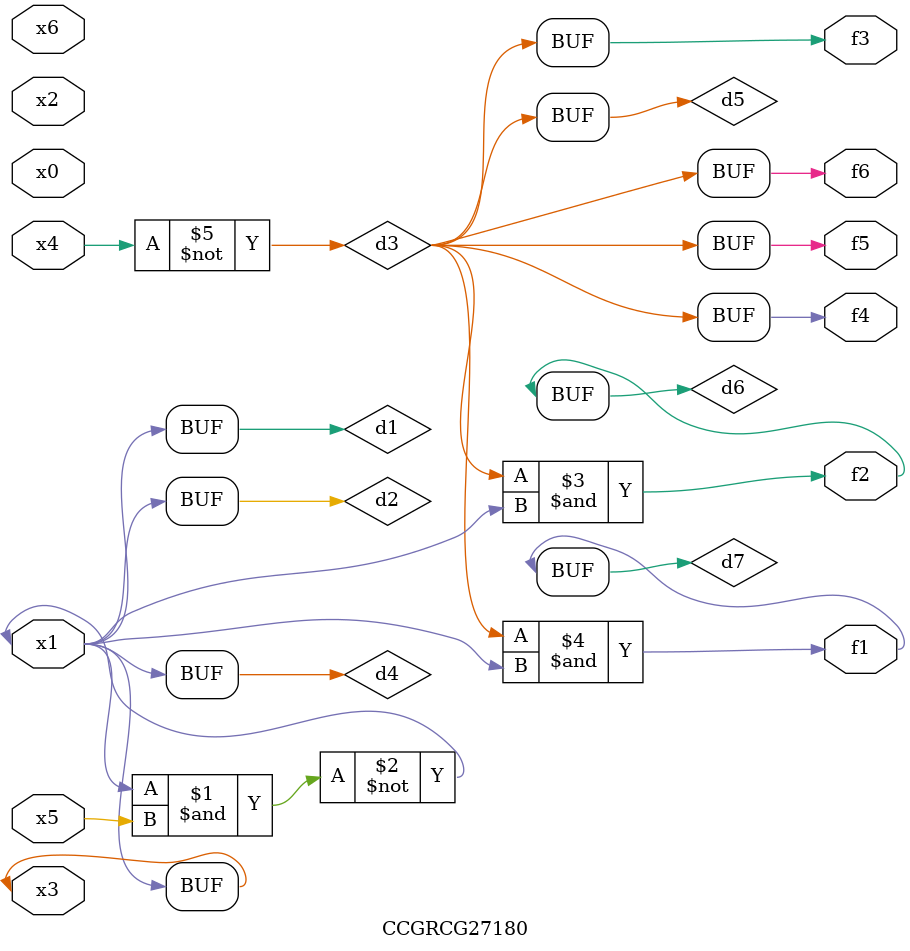
<source format=v>
module CCGRCG27180(
	input x0, x1, x2, x3, x4, x5, x6,
	output f1, f2, f3, f4, f5, f6
);

	wire d1, d2, d3, d4, d5, d6, d7;

	buf (d1, x1, x3);
	nand (d2, x1, x5);
	not (d3, x4);
	buf (d4, d1, d2);
	buf (d5, d3);
	and (d6, d3, d4);
	and (d7, d3, d4);
	assign f1 = d7;
	assign f2 = d6;
	assign f3 = d5;
	assign f4 = d5;
	assign f5 = d5;
	assign f6 = d5;
endmodule

</source>
